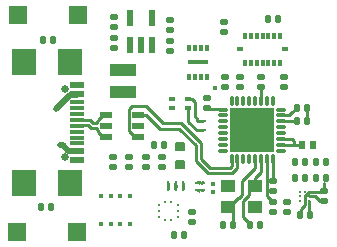
<source format=gtl>
%FSTAX23Y23*%
%MOIN*%
%SFA1B1*%

%IPPOS*%
%AMD20*
4,1,8,0.010600,-0.006200,0.010600,0.006200,0.005000,0.011800,-0.005000,0.011800,-0.010600,0.006200,-0.010600,-0.006200,-0.005000,-0.011800,0.005000,-0.011800,0.010600,-0.006200,0.0*
1,1,0.011268,0.005000,-0.006200*
1,1,0.011268,0.005000,0.006200*
1,1,0.011268,-0.005000,0.006200*
1,1,0.011268,-0.005000,-0.006200*
%
%AMD25*
4,1,8,-0.006200,-0.010600,0.006200,-0.010600,0.011800,-0.005000,0.011800,0.005000,0.006200,0.010600,-0.006200,0.010600,-0.011800,0.005000,-0.011800,-0.005000,-0.006200,-0.010600,0.0*
1,1,0.011268,-0.006200,-0.005000*
1,1,0.011268,0.006200,-0.005000*
1,1,0.011268,0.006200,0.005000*
1,1,0.011268,-0.006200,0.005000*
%
%AMD37*
4,1,8,-0.014600,-0.005300,0.014600,-0.005300,0.015900,-0.004000,0.015900,0.004000,0.014600,0.005300,-0.014600,0.005300,-0.015900,0.004000,-0.015900,-0.004000,-0.014600,-0.005300,0.0*
1,1,0.002661,-0.014600,-0.004000*
1,1,0.002661,0.014600,-0.004000*
1,1,0.002661,0.014600,0.004000*
1,1,0.002661,-0.014600,0.004000*
%
%AMD38*
4,1,8,-0.004000,-0.015900,0.004000,-0.015900,0.005300,-0.014600,0.005300,0.014600,0.004000,0.015900,-0.004000,0.015900,-0.005300,0.014600,-0.005300,-0.014600,-0.004000,-0.015900,0.0*
1,1,0.002661,-0.004000,-0.014600*
1,1,0.002661,0.004000,-0.014600*
1,1,0.002661,0.004000,0.014600*
1,1,0.002661,-0.004000,0.014600*
%
%AMD40*
4,1,8,-0.017500,0.011200,-0.017500,-0.011200,-0.013700,-0.015000,0.013700,-0.015000,0.017500,-0.011200,0.017500,0.011200,0.013700,0.015000,-0.013700,0.015000,-0.017500,0.011200,0.0*
1,1,0.007504,-0.013700,0.011200*
1,1,0.007504,-0.013700,-0.011200*
1,1,0.007504,0.013700,-0.011200*
1,1,0.007504,0.013700,0.011200*
%
%ADD10C,0.010000*%
%ADD17R,0.010000X0.010000*%
%ADD18C,0.015000*%
%ADD19R,0.038500X0.022000*%
G04~CAMADD=20~8~0.0~0.0~236.2~212.6~56.3~0.0~15~0.0~0.0~0.0~0.0~0~0.0~0.0~0.0~0.0~0~0.0~0.0~0.0~270.0~212.0~236.0*
%ADD20D20*%
%ADD21R,0.020079X0.028740*%
%ADD22R,0.011000X0.010000*%
%ADD23R,0.010000X0.011000*%
%ADD24R,0.019685X0.011811*%
G04~CAMADD=25~8~0.0~0.0~236.2~212.6~56.3~0.0~15~0.0~0.0~0.0~0.0~0~0.0~0.0~0.0~0.0~0~0.0~0.0~0.0~180.0~236.0~212.0*
%ADD25D25*%
%ADD26C,0.009000*%
%ADD27R,0.051181X0.043307*%
%ADD28R,0.023228X0.013780*%
%ADD29R,0.013780X0.023228*%
%ADD30R,0.060000X0.060000*%
%ADD31R,0.015748X0.015748*%
%ADD32R,0.010000X0.010000*%
%ADD33R,0.086614X0.039370*%
%ADD34R,0.045275X0.023622*%
%ADD35R,0.045275X0.011811*%
%ADD36R,0.078740X0.085827*%
G04~CAMADD=37~8~0.0~0.0~318.9~106.3~13.3~0.0~15~0.0~0.0~0.0~0.0~0~0.0~0.0~0.0~0.0~0~0.0~0.0~0.0~180.0~318.0~106.0*
%ADD37D37*%
G04~CAMADD=38~8~0.0~0.0~106.3~318.9~13.3~0.0~15~0.0~0.0~0.0~0.0~0~0.0~0.0~0.0~0.0~0~0.0~0.0~0.0~180.0~106.0~318.0*
%ADD38D38*%
G04~CAMADD=40~8~0.0~0.0~300.0~350.0~37.5~0.0~15~0.0~0.0~0.0~0.0~0~0.0~0.0~0.0~0.0~0~0.0~0.0~0.0~90.0~350.0~300.0*
%ADD40D40*%
%ADD41R,0.023622X0.051968*%
%ADD67R,0.011811X0.023622*%
%ADD68R,0.066929X0.011811*%
%ADD69R,0.145669X0.145669*%
%ADD70C,0.002000*%
%ADD71C,0.020000*%
%ADD72C,0.030000*%
%ADD73R,0.003000X0.004000*%
%ADD74R,0.004000X0.003000*%
%ADD75C,0.025591*%
%ADD76C,0.020000*%
%LNesp32c3phils-1*%
%LPD*%
G36*
X03483Y03865D02*
X03475D01*
Y03866*
X03479Y0387*
X03475Y03874*
Y03875*
X03483*
Y03865*
G37*
G36*
X03469D02*
X03462D01*
Y03875*
X03469*
Y03865*
G37*
G36*
X03483Y03835D02*
X03475D01*
Y03836*
X03479Y0384*
X03475Y03844*
Y03845*
X03483*
Y03835*
G37*
G36*
X03469D02*
X03462D01*
Y03845*
X03469*
Y03835*
G37*
G36*
X03483Y0366D02*
X03476D01*
Y0367*
X03483*
Y0366*
G37*
G36*
X0347Y03669D02*
X03466Y03665D01*
X0347Y03661*
Y0366*
X03462*
Y0367*
X0347*
Y03669*
G37*
G36*
X0342Y03655D02*
X03419D01*
X03415Y03659*
X03411Y03655*
X0341*
Y03663*
X0342*
Y03655*
G37*
G36*
X03395D02*
X03394D01*
X0339Y03659*
X03386Y03655*
X03385*
Y03663*
X03395*
Y03655*
G37*
G36*
X0337D02*
X03369D01*
X03365Y03659*
X03361Y03655*
X0336*
Y03663*
X0337*
Y03655*
G37*
G36*
X0342Y03642D02*
X0341D01*
Y03649*
X0342*
Y03642*
G37*
G36*
X03395D02*
X03385D01*
Y03649*
X03395*
Y03642*
G37*
G36*
X0337D02*
X0336D01*
Y03649*
X0337*
Y03642*
G37*
G36*
X03483Y03635D02*
X03476D01*
Y03645*
X03483*
Y03635*
G37*
G36*
X0347Y03644D02*
X03466Y0364D01*
X0347Y03636*
Y03635*
X03462*
Y03645*
X0347*
Y03644*
G37*
G54D10*
X03495Y03913D02*
X03498Y03909D01*
X03548D02*
X03548Y03908D01*
X03498Y03909D02*
X03548D01*
X03432Y03868D02*
Y03914D01*
Y03868D02*
X03461Y0384D01*
X03433Y03945D02*
X03445D01*
X03432Y03945D02*
X03433Y03945D01*
X03445D02*
X03455Y03935D01*
Y03885D02*
Y03935D01*
X03461Y0387D02*
Y03879D01*
X03455Y03885D02*
X03461Y03879D01*
X03235Y03838D02*
X03255Y03817D01*
X03263*
X03235Y0391D02*
X03245Y0392D01*
X03235Y03838D02*
Y0391D01*
X0329Y0392D02*
X03347Y03863D01*
X03409D02*
X03475Y03797D01*
X03347Y03863D02*
X03409D01*
X03576Y03733D02*
X03576Y03732D01*
Y0372D02*
Y03732D01*
X03571Y03715D02*
X03576Y0372D01*
X03475Y03745D02*
X03505Y03715D01*
X03475Y03745D02*
Y03797D01*
X03576Y03733D02*
Y03743D01*
X03505Y03715D02*
X03571D01*
X03339Y03845D02*
X03402D01*
X03292Y03892D02*
X03339Y03845D01*
X03457Y03737D02*
Y0379D01*
X03402Y03845D02*
X03457Y0379D01*
X03595Y03733D02*
Y03743D01*
X03594Y03732D02*
X03595Y03733D01*
X03578Y03697D02*
X03594Y03713D01*
Y03732*
X03457Y03737D02*
X03497Y03697D01*
X03578*
X03263Y03892D02*
X03263Y03892D01*
X03245Y0392D02*
X0329D01*
X03263Y03892D02*
X03292D01*
X03148Y03892D02*
X03156D01*
X03131Y03875D02*
X03148Y03892D01*
X03131Y03869D02*
Y03875D01*
X03125Y03864D02*
X03131Y03869D01*
X03063Y03874D02*
X03105D01*
X03062Y03874D02*
X03063Y03874D01*
X03105D02*
X03115Y03864D01*
X03125*
X03148Y03817D02*
X03156D01*
X03063Y03856D02*
X03098D01*
X03108Y03846*
X03062Y03855D02*
X03063Y03856D01*
X03131Y03834D02*
Y0384D01*
Y03834D02*
X03148Y03817D01*
X03108Y03846D02*
X03125D01*
X03131Y0384*
X03635Y03625D02*
Y03638D01*
X03651Y03655D02*
X03655D01*
X03635Y03638D02*
X03651Y03655D01*
X03615Y03549D02*
Y03605D01*
X03635Y03625*
X03599Y03615D02*
X036D01*
X0361Y03625*
Y0367*
X03564Y03584D02*
X03565D01*
X03568*
X03615Y03549D02*
X03638Y03526D01*
Y03525D02*
Y03526D01*
X03581Y03525D02*
Y03567D01*
X03565Y03584D02*
X03581Y03567D01*
X03568Y03584D02*
X03599Y03615D01*
X0361Y0367D02*
X03654Y03714D01*
Y03743*
X03655Y03655D02*
X03655Y03655D01*
X03655Y03655D02*
Y0368D01*
X03674Y03699D02*
Y03743D01*
X03655Y0368D02*
X03674Y03699D01*
X03713Y03601D02*
X03715D01*
X03694Y03621D02*
X03713Y03601D01*
X03714Y0367D02*
Y03743D01*
X03694Y03621D02*
Y03743D01*
X03714Y0367D02*
X03715Y0367D01*
X03713Y03743D02*
X03714Y03743D01*
X03785Y0379D02*
X03811D01*
X03741D02*
X03785D01*
Y03804*
X03741Y0381D02*
X03779D01*
X03785Y03804*
X03741Y0379D02*
X03741Y0379D01*
X03811D02*
X03811Y0379D01*
X03826Y0387D02*
Y03915D01*
X03741Y03869D02*
X03792D01*
X03741Y03869D02*
X03741Y03869D01*
X03792D02*
X03793Y0387D01*
Y03913D02*
Y03915D01*
X03779Y03899D02*
Y03899D01*
X03793Y03913*
X03769Y03889D02*
X03779Y03899D01*
X03741Y03889D02*
X03769D01*
X03674Y03982D02*
X03675Y03983D01*
X03674Y03936D02*
X03674Y03936D01*
Y03982*
X03835Y03556D02*
Y03603D01*
X0387Y03605D02*
X03883D01*
X03885Y03603*
X03883Y03635D02*
X03885Y03636D01*
Y03665*
X03835Y03635D02*
X03883D01*
X0382Y03603D02*
Y03619D01*
X03835Y03635*
X03855Y03619D02*
X0387Y03605D01*
X03835Y03619D02*
X03855D01*
X03808Y03578D02*
X0382Y0359D01*
X03803Y03553D02*
X03808Y03559D01*
X0382Y0359D02*
Y03603D01*
X03808Y03559D02*
Y03578D01*
G54D17*
X03484Y0364D03*
X03459D03*
X03484Y03665D03*
X03459D03*
X03486Y0387D03*
X03461D03*
X03486Y0384D03*
X03461D03*
G54D18*
X03515Y03635D03*
Y0366D03*
X0352Y0398D03*
G54D19*
X03156Y03817D03*
Y03855D03*
Y03892D03*
X03263D03*
Y03855D03*
Y03817D03*
G54D20*
X03891Y03735D03*
X03858D03*
X03821D03*
X03788D03*
X03351Y0379D03*
X03318D03*
X03803Y03556D03*
X03836D03*
X03858Y03681D03*
X03891D03*
X03826Y03915D03*
X03793D03*
X02981Y0414D03*
X02948D03*
X03416Y0349D03*
X03383D03*
X03698Y0421D03*
X03731D03*
X03671Y03525D03*
X03638D03*
X03548D03*
X03581D03*
X03793Y0387D03*
X03826D03*
X03788Y03681D03*
X03821D03*
X0294Y03585D03*
X02973D03*
G54D21*
X03848Y0379D03*
X03811D03*
G54D22*
X03334Y0355D03*
Y0357D03*
Y03589D03*
X03396D03*
Y0357D03*
Y0355D03*
G54D23*
X03355Y03601D03*
X03374D03*
Y03539D03*
X03355D03*
G54D24*
X03432Y03914D03*
Y03945D03*
X03377D03*
Y03914D03*
G54D25*
X0376Y03568D03*
Y03601D03*
X0355Y04167D03*
Y04201D03*
X03885Y03603D03*
Y03636D03*
X0337Y04173D03*
Y04206D03*
X03555Y04016D03*
Y03983D03*
X03495Y03946D03*
Y03913D03*
X03675Y04016D03*
Y03983D03*
X03715Y03568D03*
Y03601D03*
Y03636D03*
Y0367D03*
X03445Y03533D03*
Y03566D03*
X03185Y04183D03*
Y04216D03*
Y04113D03*
Y04146D03*
X0375Y04016D03*
Y03983D03*
X03605Y04016D03*
Y03983D03*
X03344Y03718D03*
Y03751D03*
X0329D03*
Y03718D03*
X03235Y03751D03*
Y03718D03*
X0318Y03751D03*
Y03718D03*
X0337Y04103D03*
Y04136D03*
G54D26*
X03804Y03603D03*
Y03619D03*
Y03635D03*
X0382Y03603D03*
Y03619D03*
Y03635D03*
X03835Y03603D03*
Y03619D03*
Y03635D03*
G54D27*
X03564Y03655D03*
X03655D03*
Y03584D03*
X03564D03*
G54D28*
X03755Y04109D03*
X03604D03*
G54D29*
X03739Y04063D03*
X03719D03*
X03699D03*
X0368D03*
X0366D03*
X0364D03*
X0362D03*
Y04155D03*
X0364D03*
X0366D03*
X0368D03*
X03699D03*
X03719D03*
X03739D03*
G54D30*
X03064Y04225D03*
X02865D03*
X0306Y035D03*
X02861D03*
G54D31*
X03142Y03622D03*
X03174D03*
X03205D03*
X03237D03*
Y03527D03*
X03205D03*
X03174D03*
X03142D03*
G54D32*
X03415Y03666D03*
Y03641D03*
X0339Y03666D03*
Y03641D03*
X03365Y03666D03*
Y03641D03*
G54D33*
X03215Y04042D03*
Y03967D03*
G54D34*
X03062Y0399D03*
Y03959D03*
Y0377D03*
Y03739D03*
G54D35*
X03062Y03933D03*
Y03796D03*
Y03914D03*
Y03815D03*
Y03894D03*
Y03835D03*
Y03874D03*
Y03855D03*
G54D36*
X03039Y04066D03*
Y03663D03*
X02884Y04066D03*
Y03663D03*
G54D37*
X03741Y03771D03*
Y0379D03*
Y0381D03*
Y0383D03*
Y03849D03*
Y03869D03*
Y03889D03*
Y03908D03*
X03548D03*
Y03889D03*
Y03869D03*
Y03849D03*
Y0383D03*
Y0381D03*
Y0379D03*
Y03771D03*
G54D38*
X03713Y03936D03*
X03694D03*
X03674D03*
X03654D03*
X03635D03*
X03615D03*
X03595D03*
X03576D03*
Y03743D03*
X03595D03*
X03615D03*
X03635D03*
X03654D03*
X03674D03*
X03694D03*
X03713D03*
G54D40*
X03404Y03725D03*
Y03785D03*
G54D41*
X03237Y04124D03*
X03275D03*
X03312D03*
Y04215D03*
X03237D03*
G54D67*
X03494Y04017D03*
X03474D03*
X03455D03*
X03435D03*
Y04115D03*
X03455D03*
X03474D03*
X03494D03*
G54D68*
X03464Y04066D03*
G54D69*
X03645Y0384D03*
G54D70*
X03472Y0364D02*
X03476Y03636D01*
Y03644*
X03472Y0364D02*
X03476Y03644D01*
X03466Y0364D02*
X0347Y03644D01*
X03466Y0364D02*
X03469Y03635D01*
X03472Y03665D02*
X03476Y03661D01*
Y03669*
X03472Y03665D02*
X03476Y03669D01*
X03466Y03665D02*
X0347Y03669D01*
X03466Y03665D02*
X03469Y0366D01*
X03475Y03874D02*
X03479Y0387D01*
X03475Y03866D02*
X03479Y0387D01*
X03469Y03866D02*
X03473Y0387D01*
X03469Y03866D02*
Y03874D01*
X03473Y0387*
X03475Y03844D02*
X03479Y0384D01*
X03475Y03836D02*
X03479Y0384D01*
X03469Y03836D02*
X03473Y0384D01*
X03469Y03836D02*
Y03844D01*
X03473Y0384*
X0341Y03655D02*
X03415Y03659D01*
X03419Y03655*
X03415Y03653D02*
X03419Y03649D01*
X03411D02*
X03419D01*
X03411D02*
X03415Y03653D01*
X03385Y03655D02*
X0339Y03659D01*
X03394Y03655*
X0339Y03653D02*
X03394Y03649D01*
X03386D02*
X03394D01*
X03386D02*
X0339Y03653D01*
X0336Y03655D02*
X03365Y03659D01*
X03369Y03655*
X03365Y03653D02*
X03369Y03649D01*
X03361D02*
X03369D01*
X03361D02*
X03365Y03653D01*
G54D71*
X03037Y03957D02*
X0306D01*
X0299Y0391D02*
X03037Y03957D01*
X0306D02*
X03062Y03959D01*
X03014Y0379D02*
X03032Y03772D01*
X03005Y0379D02*
X03014D01*
X03032Y03772D02*
X0306D01*
X03062Y0377*
G54D72*
X03212Y03965D02*
X03215Y03967D01*
G54D73*
X03474Y0364D03*
Y03665D03*
X0347Y0387D03*
Y0384D03*
G54D74*
X03415Y0365D03*
X0339Y0365D03*
X03365Y0365D03*
G54D75*
X0302Y03978D03*
Y03751D03*
G54D76*
X0299Y0391D03*
X03005Y0379D03*
M02*
</source>
